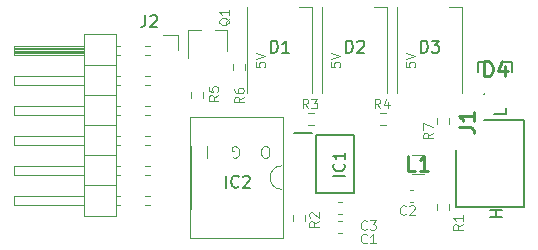
<source format=gbr>
%TF.GenerationSoftware,KiCad,Pcbnew,8.0.0*%
%TF.CreationDate,2024-03-06T18:55:44+09:00*%
%TF.ProjectId,Pmod_CAN,506d6f64-5f43-4414-9e2e-6b696361645f,rev?*%
%TF.SameCoordinates,Original*%
%TF.FileFunction,Legend,Top*%
%TF.FilePolarity,Positive*%
%FSLAX46Y46*%
G04 Gerber Fmt 4.6, Leading zero omitted, Abs format (unit mm)*
G04 Created by KiCad (PCBNEW 8.0.0) date 2024-03-06 18:55:44*
%MOMM*%
%LPD*%
G01*
G04 APERTURE LIST*
%ADD10C,0.100000*%
%ADD11C,0.150000*%
%ADD12C,0.254000*%
%ADD13C,0.200000*%
%ADD14C,0.120000*%
G04 APERTURE END LIST*
D10*
X160132895Y-92834782D02*
X160132895Y-93215734D01*
X160132895Y-93215734D02*
X160513847Y-93253830D01*
X160513847Y-93253830D02*
X160475752Y-93215734D01*
X160475752Y-93215734D02*
X160437657Y-93139544D01*
X160437657Y-93139544D02*
X160437657Y-92949068D01*
X160437657Y-92949068D02*
X160475752Y-92872877D01*
X160475752Y-92872877D02*
X160513847Y-92834782D01*
X160513847Y-92834782D02*
X160590038Y-92796687D01*
X160590038Y-92796687D02*
X160780514Y-92796687D01*
X160780514Y-92796687D02*
X160856704Y-92834782D01*
X160856704Y-92834782D02*
X160894800Y-92872877D01*
X160894800Y-92872877D02*
X160932895Y-92949068D01*
X160932895Y-92949068D02*
X160932895Y-93139544D01*
X160932895Y-93139544D02*
X160894800Y-93215734D01*
X160894800Y-93215734D02*
X160856704Y-93253830D01*
X160132895Y-92568115D02*
X160932895Y-92301448D01*
X160932895Y-92301448D02*
X160132895Y-92034782D01*
X147432895Y-92834782D02*
X147432895Y-93215734D01*
X147432895Y-93215734D02*
X147813847Y-93253830D01*
X147813847Y-93253830D02*
X147775752Y-93215734D01*
X147775752Y-93215734D02*
X147737657Y-93139544D01*
X147737657Y-93139544D02*
X147737657Y-92949068D01*
X147737657Y-92949068D02*
X147775752Y-92872877D01*
X147775752Y-92872877D02*
X147813847Y-92834782D01*
X147813847Y-92834782D02*
X147890038Y-92796687D01*
X147890038Y-92796687D02*
X148080514Y-92796687D01*
X148080514Y-92796687D02*
X148156704Y-92834782D01*
X148156704Y-92834782D02*
X148194800Y-92872877D01*
X148194800Y-92872877D02*
X148232895Y-92949068D01*
X148232895Y-92949068D02*
X148232895Y-93139544D01*
X148232895Y-93139544D02*
X148194800Y-93215734D01*
X148194800Y-93215734D02*
X148156704Y-93253830D01*
X147432895Y-92568115D02*
X148232895Y-92301448D01*
X148232895Y-92301448D02*
X147432895Y-92034782D01*
X153782895Y-92834782D02*
X153782895Y-93215734D01*
X153782895Y-93215734D02*
X154163847Y-93253830D01*
X154163847Y-93253830D02*
X154125752Y-93215734D01*
X154125752Y-93215734D02*
X154087657Y-93139544D01*
X154087657Y-93139544D02*
X154087657Y-92949068D01*
X154087657Y-92949068D02*
X154125752Y-92872877D01*
X154125752Y-92872877D02*
X154163847Y-92834782D01*
X154163847Y-92834782D02*
X154240038Y-92796687D01*
X154240038Y-92796687D02*
X154430514Y-92796687D01*
X154430514Y-92796687D02*
X154506704Y-92834782D01*
X154506704Y-92834782D02*
X154544800Y-92872877D01*
X154544800Y-92872877D02*
X154582895Y-92949068D01*
X154582895Y-92949068D02*
X154582895Y-93139544D01*
X154582895Y-93139544D02*
X154544800Y-93215734D01*
X154544800Y-93215734D02*
X154506704Y-93253830D01*
X153782895Y-92568115D02*
X154582895Y-92301448D01*
X154582895Y-92301448D02*
X153782895Y-92034782D01*
D11*
X168271819Y-105962220D02*
X167271819Y-105962220D01*
X167748009Y-105962220D02*
X167748009Y-105390792D01*
X168271819Y-105390792D02*
X167271819Y-105390792D01*
X168652819Y-96723030D02*
X168652819Y-97199220D01*
X168652819Y-97199220D02*
X167652819Y-97199220D01*
X154988419Y-102499989D02*
X153988419Y-102499989D01*
X154893180Y-101452371D02*
X154940800Y-101499990D01*
X154940800Y-101499990D02*
X154988419Y-101642847D01*
X154988419Y-101642847D02*
X154988419Y-101738085D01*
X154988419Y-101738085D02*
X154940800Y-101880942D01*
X154940800Y-101880942D02*
X154845561Y-101976180D01*
X154845561Y-101976180D02*
X154750323Y-102023799D01*
X154750323Y-102023799D02*
X154559847Y-102071418D01*
X154559847Y-102071418D02*
X154416990Y-102071418D01*
X154416990Y-102071418D02*
X154226514Y-102023799D01*
X154226514Y-102023799D02*
X154131276Y-101976180D01*
X154131276Y-101976180D02*
X154036038Y-101880942D01*
X154036038Y-101880942D02*
X153988419Y-101738085D01*
X153988419Y-101738085D02*
X153988419Y-101642847D01*
X153988419Y-101642847D02*
X154036038Y-101499990D01*
X154036038Y-101499990D02*
X154083657Y-101452371D01*
X154988419Y-100499990D02*
X154988419Y-101071418D01*
X154988419Y-100785704D02*
X153988419Y-100785704D01*
X153988419Y-100785704D02*
X154131276Y-100880942D01*
X154131276Y-100880942D02*
X154226514Y-100976180D01*
X154226514Y-100976180D02*
X154274133Y-101071418D01*
X138096666Y-88862819D02*
X138096666Y-89577104D01*
X138096666Y-89577104D02*
X138049047Y-89719961D01*
X138049047Y-89719961D02*
X137953809Y-89815200D01*
X137953809Y-89815200D02*
X137810952Y-89862819D01*
X137810952Y-89862819D02*
X137715714Y-89862819D01*
X138525238Y-88958057D02*
X138572857Y-88910438D01*
X138572857Y-88910438D02*
X138668095Y-88862819D01*
X138668095Y-88862819D02*
X138906190Y-88862819D01*
X138906190Y-88862819D02*
X139001428Y-88910438D01*
X139001428Y-88910438D02*
X139049047Y-88958057D01*
X139049047Y-88958057D02*
X139096666Y-89053295D01*
X139096666Y-89053295D02*
X139096666Y-89148533D01*
X139096666Y-89148533D02*
X139049047Y-89291390D01*
X139049047Y-89291390D02*
X138477619Y-89862819D01*
X138477619Y-89862819D02*
X139096666Y-89862819D01*
D10*
X162416895Y-98812332D02*
X162035942Y-99078999D01*
X162416895Y-99269475D02*
X161616895Y-99269475D01*
X161616895Y-99269475D02*
X161616895Y-98964713D01*
X161616895Y-98964713D02*
X161654990Y-98888523D01*
X161654990Y-98888523D02*
X161693085Y-98850428D01*
X161693085Y-98850428D02*
X161769276Y-98812332D01*
X161769276Y-98812332D02*
X161883561Y-98812332D01*
X161883561Y-98812332D02*
X161959752Y-98850428D01*
X161959752Y-98850428D02*
X161997847Y-98888523D01*
X161997847Y-98888523D02*
X162035942Y-98964713D01*
X162035942Y-98964713D02*
X162035942Y-99269475D01*
X161616895Y-98545666D02*
X161616895Y-98012332D01*
X161616895Y-98012332D02*
X162416895Y-98355190D01*
X156838667Y-108111704D02*
X156800571Y-108149800D01*
X156800571Y-108149800D02*
X156686286Y-108187895D01*
X156686286Y-108187895D02*
X156610095Y-108187895D01*
X156610095Y-108187895D02*
X156495809Y-108149800D01*
X156495809Y-108149800D02*
X156419619Y-108073609D01*
X156419619Y-108073609D02*
X156381524Y-107997419D01*
X156381524Y-107997419D02*
X156343428Y-107845038D01*
X156343428Y-107845038D02*
X156343428Y-107730752D01*
X156343428Y-107730752D02*
X156381524Y-107578371D01*
X156381524Y-107578371D02*
X156419619Y-107502180D01*
X156419619Y-107502180D02*
X156495809Y-107425990D01*
X156495809Y-107425990D02*
X156610095Y-107387895D01*
X156610095Y-107387895D02*
X156686286Y-107387895D01*
X156686286Y-107387895D02*
X156800571Y-107425990D01*
X156800571Y-107425990D02*
X156838667Y-107464085D01*
X157600571Y-108187895D02*
X157143428Y-108187895D01*
X157372000Y-108187895D02*
X157372000Y-107387895D01*
X157372000Y-107387895D02*
X157295809Y-107502180D01*
X157295809Y-107502180D02*
X157219619Y-107578371D01*
X157219619Y-107578371D02*
X157143428Y-107616466D01*
X160140667Y-105698704D02*
X160102571Y-105736800D01*
X160102571Y-105736800D02*
X159988286Y-105774895D01*
X159988286Y-105774895D02*
X159912095Y-105774895D01*
X159912095Y-105774895D02*
X159797809Y-105736800D01*
X159797809Y-105736800D02*
X159721619Y-105660609D01*
X159721619Y-105660609D02*
X159683524Y-105584419D01*
X159683524Y-105584419D02*
X159645428Y-105432038D01*
X159645428Y-105432038D02*
X159645428Y-105317752D01*
X159645428Y-105317752D02*
X159683524Y-105165371D01*
X159683524Y-105165371D02*
X159721619Y-105089180D01*
X159721619Y-105089180D02*
X159797809Y-105012990D01*
X159797809Y-105012990D02*
X159912095Y-104974895D01*
X159912095Y-104974895D02*
X159988286Y-104974895D01*
X159988286Y-104974895D02*
X160102571Y-105012990D01*
X160102571Y-105012990D02*
X160140667Y-105051085D01*
X160445428Y-105051085D02*
X160483524Y-105012990D01*
X160483524Y-105012990D02*
X160559714Y-104974895D01*
X160559714Y-104974895D02*
X160750190Y-104974895D01*
X160750190Y-104974895D02*
X160826381Y-105012990D01*
X160826381Y-105012990D02*
X160864476Y-105051085D01*
X160864476Y-105051085D02*
X160902571Y-105127276D01*
X160902571Y-105127276D02*
X160902571Y-105203466D01*
X160902571Y-105203466D02*
X160864476Y-105317752D01*
X160864476Y-105317752D02*
X160407333Y-105774895D01*
X160407333Y-105774895D02*
X160902571Y-105774895D01*
D11*
X161440905Y-92021819D02*
X161440905Y-91021819D01*
X161440905Y-91021819D02*
X161679000Y-91021819D01*
X161679000Y-91021819D02*
X161821857Y-91069438D01*
X161821857Y-91069438D02*
X161917095Y-91164676D01*
X161917095Y-91164676D02*
X161964714Y-91259914D01*
X161964714Y-91259914D02*
X162012333Y-91450390D01*
X162012333Y-91450390D02*
X162012333Y-91593247D01*
X162012333Y-91593247D02*
X161964714Y-91783723D01*
X161964714Y-91783723D02*
X161917095Y-91878961D01*
X161917095Y-91878961D02*
X161821857Y-91974200D01*
X161821857Y-91974200D02*
X161679000Y-92021819D01*
X161679000Y-92021819D02*
X161440905Y-92021819D01*
X162345667Y-91021819D02*
X162964714Y-91021819D01*
X162964714Y-91021819D02*
X162631381Y-91402771D01*
X162631381Y-91402771D02*
X162774238Y-91402771D01*
X162774238Y-91402771D02*
X162869476Y-91450390D01*
X162869476Y-91450390D02*
X162917095Y-91498009D01*
X162917095Y-91498009D02*
X162964714Y-91593247D01*
X162964714Y-91593247D02*
X162964714Y-91831342D01*
X162964714Y-91831342D02*
X162917095Y-91926580D01*
X162917095Y-91926580D02*
X162869476Y-91974200D01*
X162869476Y-91974200D02*
X162774238Y-92021819D01*
X162774238Y-92021819D02*
X162488524Y-92021819D01*
X162488524Y-92021819D02*
X162393286Y-91974200D01*
X162393286Y-91974200D02*
X162345667Y-91926580D01*
D10*
X144255895Y-95637332D02*
X143874942Y-95903999D01*
X144255895Y-96094475D02*
X143455895Y-96094475D01*
X143455895Y-96094475D02*
X143455895Y-95789713D01*
X143455895Y-95789713D02*
X143493990Y-95713523D01*
X143493990Y-95713523D02*
X143532085Y-95675428D01*
X143532085Y-95675428D02*
X143608276Y-95637332D01*
X143608276Y-95637332D02*
X143722561Y-95637332D01*
X143722561Y-95637332D02*
X143798752Y-95675428D01*
X143798752Y-95675428D02*
X143836847Y-95713523D01*
X143836847Y-95713523D02*
X143874942Y-95789713D01*
X143874942Y-95789713D02*
X143874942Y-96094475D01*
X143455895Y-94913523D02*
X143455895Y-95294475D01*
X143455895Y-95294475D02*
X143836847Y-95332571D01*
X143836847Y-95332571D02*
X143798752Y-95294475D01*
X143798752Y-95294475D02*
X143760657Y-95218285D01*
X143760657Y-95218285D02*
X143760657Y-95027809D01*
X143760657Y-95027809D02*
X143798752Y-94951618D01*
X143798752Y-94951618D02*
X143836847Y-94913523D01*
X143836847Y-94913523D02*
X143913038Y-94875428D01*
X143913038Y-94875428D02*
X144103514Y-94875428D01*
X144103514Y-94875428D02*
X144179704Y-94913523D01*
X144179704Y-94913523D02*
X144217800Y-94951618D01*
X144217800Y-94951618D02*
X144255895Y-95027809D01*
X144255895Y-95027809D02*
X144255895Y-95218285D01*
X144255895Y-95218285D02*
X144217800Y-95294475D01*
X144217800Y-95294475D02*
X144179704Y-95332571D01*
X152764895Y-106305332D02*
X152383942Y-106571999D01*
X152764895Y-106762475D02*
X151964895Y-106762475D01*
X151964895Y-106762475D02*
X151964895Y-106457713D01*
X151964895Y-106457713D02*
X152002990Y-106381523D01*
X152002990Y-106381523D02*
X152041085Y-106343428D01*
X152041085Y-106343428D02*
X152117276Y-106305332D01*
X152117276Y-106305332D02*
X152231561Y-106305332D01*
X152231561Y-106305332D02*
X152307752Y-106343428D01*
X152307752Y-106343428D02*
X152345847Y-106381523D01*
X152345847Y-106381523D02*
X152383942Y-106457713D01*
X152383942Y-106457713D02*
X152383942Y-106762475D01*
X152041085Y-106000571D02*
X152002990Y-105962475D01*
X152002990Y-105962475D02*
X151964895Y-105886285D01*
X151964895Y-105886285D02*
X151964895Y-105695809D01*
X151964895Y-105695809D02*
X152002990Y-105619618D01*
X152002990Y-105619618D02*
X152041085Y-105581523D01*
X152041085Y-105581523D02*
X152117276Y-105543428D01*
X152117276Y-105543428D02*
X152193466Y-105543428D01*
X152193466Y-105543428D02*
X152307752Y-105581523D01*
X152307752Y-105581523D02*
X152764895Y-106038666D01*
X152764895Y-106038666D02*
X152764895Y-105543428D01*
X164956895Y-106559332D02*
X164575942Y-106825999D01*
X164956895Y-107016475D02*
X164156895Y-107016475D01*
X164156895Y-107016475D02*
X164156895Y-106711713D01*
X164156895Y-106711713D02*
X164194990Y-106635523D01*
X164194990Y-106635523D02*
X164233085Y-106597428D01*
X164233085Y-106597428D02*
X164309276Y-106559332D01*
X164309276Y-106559332D02*
X164423561Y-106559332D01*
X164423561Y-106559332D02*
X164499752Y-106597428D01*
X164499752Y-106597428D02*
X164537847Y-106635523D01*
X164537847Y-106635523D02*
X164575942Y-106711713D01*
X164575942Y-106711713D02*
X164575942Y-107016475D01*
X164956895Y-105797428D02*
X164956895Y-106254571D01*
X164956895Y-106025999D02*
X164156895Y-106025999D01*
X164156895Y-106025999D02*
X164271180Y-106102190D01*
X164271180Y-106102190D02*
X164347371Y-106178380D01*
X164347371Y-106178380D02*
X164385466Y-106254571D01*
D11*
X155090905Y-92021819D02*
X155090905Y-91021819D01*
X155090905Y-91021819D02*
X155329000Y-91021819D01*
X155329000Y-91021819D02*
X155471857Y-91069438D01*
X155471857Y-91069438D02*
X155567095Y-91164676D01*
X155567095Y-91164676D02*
X155614714Y-91259914D01*
X155614714Y-91259914D02*
X155662333Y-91450390D01*
X155662333Y-91450390D02*
X155662333Y-91593247D01*
X155662333Y-91593247D02*
X155614714Y-91783723D01*
X155614714Y-91783723D02*
X155567095Y-91878961D01*
X155567095Y-91878961D02*
X155471857Y-91974200D01*
X155471857Y-91974200D02*
X155329000Y-92021819D01*
X155329000Y-92021819D02*
X155090905Y-92021819D01*
X156043286Y-91117057D02*
X156090905Y-91069438D01*
X156090905Y-91069438D02*
X156186143Y-91021819D01*
X156186143Y-91021819D02*
X156424238Y-91021819D01*
X156424238Y-91021819D02*
X156519476Y-91069438D01*
X156519476Y-91069438D02*
X156567095Y-91117057D01*
X156567095Y-91117057D02*
X156614714Y-91212295D01*
X156614714Y-91212295D02*
X156614714Y-91307533D01*
X156614714Y-91307533D02*
X156567095Y-91450390D01*
X156567095Y-91450390D02*
X155995667Y-92021819D01*
X155995667Y-92021819D02*
X156614714Y-92021819D01*
D12*
X160951333Y-102047318D02*
X160346571Y-102047318D01*
X160346571Y-102047318D02*
X160346571Y-100777318D01*
X162039905Y-102047318D02*
X161314190Y-102047318D01*
X161677047Y-102047318D02*
X161677047Y-100777318D01*
X161677047Y-100777318D02*
X161556095Y-100958746D01*
X161556095Y-100958746D02*
X161435143Y-101079699D01*
X161435143Y-101079699D02*
X161314190Y-101140175D01*
X166763618Y-94046318D02*
X166763618Y-92776318D01*
X166763618Y-92776318D02*
X167065999Y-92776318D01*
X167065999Y-92776318D02*
X167247428Y-92836794D01*
X167247428Y-92836794D02*
X167368380Y-92957746D01*
X167368380Y-92957746D02*
X167428857Y-93078699D01*
X167428857Y-93078699D02*
X167489333Y-93320603D01*
X167489333Y-93320603D02*
X167489333Y-93502032D01*
X167489333Y-93502032D02*
X167428857Y-93743937D01*
X167428857Y-93743937D02*
X167368380Y-93864889D01*
X167368380Y-93864889D02*
X167247428Y-93985842D01*
X167247428Y-93985842D02*
X167065999Y-94046318D01*
X167065999Y-94046318D02*
X166763618Y-94046318D01*
X168577904Y-93199651D02*
X168577904Y-94046318D01*
X168275523Y-92715842D02*
X167973142Y-93622984D01*
X167973142Y-93622984D02*
X168759333Y-93622984D01*
X164658318Y-98340332D02*
X165565461Y-98340332D01*
X165565461Y-98340332D02*
X165746889Y-98400809D01*
X165746889Y-98400809D02*
X165867842Y-98521761D01*
X165867842Y-98521761D02*
X165928318Y-98703190D01*
X165928318Y-98703190D02*
X165928318Y-98824142D01*
X165928318Y-97070332D02*
X165928318Y-97796047D01*
X165928318Y-97433190D02*
X164658318Y-97433190D01*
X164658318Y-97433190D02*
X164839746Y-97554142D01*
X164839746Y-97554142D02*
X164960699Y-97675094D01*
X164960699Y-97675094D02*
X165021175Y-97796047D01*
D11*
X148739905Y-92021819D02*
X148739905Y-91021819D01*
X148739905Y-91021819D02*
X148978000Y-91021819D01*
X148978000Y-91021819D02*
X149120857Y-91069438D01*
X149120857Y-91069438D02*
X149216095Y-91164676D01*
X149216095Y-91164676D02*
X149263714Y-91259914D01*
X149263714Y-91259914D02*
X149311333Y-91450390D01*
X149311333Y-91450390D02*
X149311333Y-91593247D01*
X149311333Y-91593247D02*
X149263714Y-91783723D01*
X149263714Y-91783723D02*
X149216095Y-91878961D01*
X149216095Y-91878961D02*
X149120857Y-91974200D01*
X149120857Y-91974200D02*
X148978000Y-92021819D01*
X148978000Y-92021819D02*
X148739905Y-92021819D01*
X150263714Y-92021819D02*
X149692286Y-92021819D01*
X149978000Y-92021819D02*
X149978000Y-91021819D01*
X149978000Y-91021819D02*
X149882762Y-91164676D01*
X149882762Y-91164676D02*
X149787524Y-91259914D01*
X149787524Y-91259914D02*
X149692286Y-91307533D01*
D10*
X146414895Y-95764332D02*
X146033942Y-96030999D01*
X146414895Y-96221475D02*
X145614895Y-96221475D01*
X145614895Y-96221475D02*
X145614895Y-95916713D01*
X145614895Y-95916713D02*
X145652990Y-95840523D01*
X145652990Y-95840523D02*
X145691085Y-95802428D01*
X145691085Y-95802428D02*
X145767276Y-95764332D01*
X145767276Y-95764332D02*
X145881561Y-95764332D01*
X145881561Y-95764332D02*
X145957752Y-95802428D01*
X145957752Y-95802428D02*
X145995847Y-95840523D01*
X145995847Y-95840523D02*
X146033942Y-95916713D01*
X146033942Y-95916713D02*
X146033942Y-96221475D01*
X145614895Y-95078618D02*
X145614895Y-95230999D01*
X145614895Y-95230999D02*
X145652990Y-95307190D01*
X145652990Y-95307190D02*
X145691085Y-95345285D01*
X145691085Y-95345285D02*
X145805371Y-95421475D01*
X145805371Y-95421475D02*
X145957752Y-95459571D01*
X145957752Y-95459571D02*
X146262514Y-95459571D01*
X146262514Y-95459571D02*
X146338704Y-95421475D01*
X146338704Y-95421475D02*
X146376800Y-95383380D01*
X146376800Y-95383380D02*
X146414895Y-95307190D01*
X146414895Y-95307190D02*
X146414895Y-95154809D01*
X146414895Y-95154809D02*
X146376800Y-95078618D01*
X146376800Y-95078618D02*
X146338704Y-95040523D01*
X146338704Y-95040523D02*
X146262514Y-95002428D01*
X146262514Y-95002428D02*
X146072038Y-95002428D01*
X146072038Y-95002428D02*
X145995847Y-95040523D01*
X145995847Y-95040523D02*
X145957752Y-95078618D01*
X145957752Y-95078618D02*
X145919657Y-95154809D01*
X145919657Y-95154809D02*
X145919657Y-95307190D01*
X145919657Y-95307190D02*
X145957752Y-95383380D01*
X145957752Y-95383380D02*
X145995847Y-95421475D01*
X145995847Y-95421475D02*
X146072038Y-95459571D01*
X157981667Y-96757895D02*
X157715000Y-96376942D01*
X157524524Y-96757895D02*
X157524524Y-95957895D01*
X157524524Y-95957895D02*
X157829286Y-95957895D01*
X157829286Y-95957895D02*
X157905476Y-95995990D01*
X157905476Y-95995990D02*
X157943571Y-96034085D01*
X157943571Y-96034085D02*
X157981667Y-96110276D01*
X157981667Y-96110276D02*
X157981667Y-96224561D01*
X157981667Y-96224561D02*
X157943571Y-96300752D01*
X157943571Y-96300752D02*
X157905476Y-96338847D01*
X157905476Y-96338847D02*
X157829286Y-96376942D01*
X157829286Y-96376942D02*
X157524524Y-96376942D01*
X158667381Y-96224561D02*
X158667381Y-96757895D01*
X158476905Y-95919800D02*
X158286428Y-96491228D01*
X158286428Y-96491228D02*
X158781667Y-96491228D01*
X156838667Y-106968704D02*
X156800571Y-107006800D01*
X156800571Y-107006800D02*
X156686286Y-107044895D01*
X156686286Y-107044895D02*
X156610095Y-107044895D01*
X156610095Y-107044895D02*
X156495809Y-107006800D01*
X156495809Y-107006800D02*
X156419619Y-106930609D01*
X156419619Y-106930609D02*
X156381524Y-106854419D01*
X156381524Y-106854419D02*
X156343428Y-106702038D01*
X156343428Y-106702038D02*
X156343428Y-106587752D01*
X156343428Y-106587752D02*
X156381524Y-106435371D01*
X156381524Y-106435371D02*
X156419619Y-106359180D01*
X156419619Y-106359180D02*
X156495809Y-106282990D01*
X156495809Y-106282990D02*
X156610095Y-106244895D01*
X156610095Y-106244895D02*
X156686286Y-106244895D01*
X156686286Y-106244895D02*
X156800571Y-106282990D01*
X156800571Y-106282990D02*
X156838667Y-106321085D01*
X157105333Y-106244895D02*
X157600571Y-106244895D01*
X157600571Y-106244895D02*
X157333905Y-106549657D01*
X157333905Y-106549657D02*
X157448190Y-106549657D01*
X157448190Y-106549657D02*
X157524381Y-106587752D01*
X157524381Y-106587752D02*
X157562476Y-106625847D01*
X157562476Y-106625847D02*
X157600571Y-106702038D01*
X157600571Y-106702038D02*
X157600571Y-106892514D01*
X157600571Y-106892514D02*
X157562476Y-106968704D01*
X157562476Y-106968704D02*
X157524381Y-107006800D01*
X157524381Y-107006800D02*
X157448190Y-107044895D01*
X157448190Y-107044895D02*
X157219619Y-107044895D01*
X157219619Y-107044895D02*
X157143428Y-107006800D01*
X157143428Y-107006800D02*
X157105333Y-106968704D01*
X145221085Y-89104190D02*
X145182990Y-89180380D01*
X145182990Y-89180380D02*
X145106800Y-89256571D01*
X145106800Y-89256571D02*
X144992514Y-89370857D01*
X144992514Y-89370857D02*
X144954419Y-89447047D01*
X144954419Y-89447047D02*
X144954419Y-89523238D01*
X145144895Y-89485142D02*
X145106800Y-89561333D01*
X145106800Y-89561333D02*
X145030609Y-89637523D01*
X145030609Y-89637523D02*
X144878228Y-89675619D01*
X144878228Y-89675619D02*
X144611561Y-89675619D01*
X144611561Y-89675619D02*
X144459180Y-89637523D01*
X144459180Y-89637523D02*
X144382990Y-89561333D01*
X144382990Y-89561333D02*
X144344895Y-89485142D01*
X144344895Y-89485142D02*
X144344895Y-89332761D01*
X144344895Y-89332761D02*
X144382990Y-89256571D01*
X144382990Y-89256571D02*
X144459180Y-89180380D01*
X144459180Y-89180380D02*
X144611561Y-89142285D01*
X144611561Y-89142285D02*
X144878228Y-89142285D01*
X144878228Y-89142285D02*
X145030609Y-89180380D01*
X145030609Y-89180380D02*
X145106800Y-89256571D01*
X145106800Y-89256571D02*
X145144895Y-89332761D01*
X145144895Y-89332761D02*
X145144895Y-89485142D01*
X145144895Y-88380381D02*
X145144895Y-88837524D01*
X145144895Y-88608952D02*
X144344895Y-88608952D01*
X144344895Y-88608952D02*
X144459180Y-88685143D01*
X144459180Y-88685143D02*
X144535371Y-88761333D01*
X144535371Y-88761333D02*
X144573466Y-88837524D01*
X151885667Y-96757895D02*
X151619000Y-96376942D01*
X151428524Y-96757895D02*
X151428524Y-95957895D01*
X151428524Y-95957895D02*
X151733286Y-95957895D01*
X151733286Y-95957895D02*
X151809476Y-95995990D01*
X151809476Y-95995990D02*
X151847571Y-96034085D01*
X151847571Y-96034085D02*
X151885667Y-96110276D01*
X151885667Y-96110276D02*
X151885667Y-96224561D01*
X151885667Y-96224561D02*
X151847571Y-96300752D01*
X151847571Y-96300752D02*
X151809476Y-96338847D01*
X151809476Y-96338847D02*
X151733286Y-96376942D01*
X151733286Y-96376942D02*
X151428524Y-96376942D01*
X152152333Y-95957895D02*
X152647571Y-95957895D01*
X152647571Y-95957895D02*
X152380905Y-96262657D01*
X152380905Y-96262657D02*
X152495190Y-96262657D01*
X152495190Y-96262657D02*
X152571381Y-96300752D01*
X152571381Y-96300752D02*
X152609476Y-96338847D01*
X152609476Y-96338847D02*
X152647571Y-96415038D01*
X152647571Y-96415038D02*
X152647571Y-96605514D01*
X152647571Y-96605514D02*
X152609476Y-96681704D01*
X152609476Y-96681704D02*
X152571381Y-96719800D01*
X152571381Y-96719800D02*
X152495190Y-96757895D01*
X152495190Y-96757895D02*
X152266619Y-96757895D01*
X152266619Y-96757895D02*
X152190428Y-96719800D01*
X152190428Y-96719800D02*
X152152333Y-96681704D01*
D11*
X144946810Y-103451819D02*
X144946810Y-102451819D01*
X145994428Y-103356580D02*
X145946809Y-103404200D01*
X145946809Y-103404200D02*
X145803952Y-103451819D01*
X145803952Y-103451819D02*
X145708714Y-103451819D01*
X145708714Y-103451819D02*
X145565857Y-103404200D01*
X145565857Y-103404200D02*
X145470619Y-103308961D01*
X145470619Y-103308961D02*
X145423000Y-103213723D01*
X145423000Y-103213723D02*
X145375381Y-103023247D01*
X145375381Y-103023247D02*
X145375381Y-102880390D01*
X145375381Y-102880390D02*
X145423000Y-102689914D01*
X145423000Y-102689914D02*
X145470619Y-102594676D01*
X145470619Y-102594676D02*
X145565857Y-102499438D01*
X145565857Y-102499438D02*
X145708714Y-102451819D01*
X145708714Y-102451819D02*
X145803952Y-102451819D01*
X145803952Y-102451819D02*
X145946809Y-102499438D01*
X145946809Y-102499438D02*
X145994428Y-102547057D01*
X146375381Y-102547057D02*
X146423000Y-102499438D01*
X146423000Y-102499438D02*
X146518238Y-102451819D01*
X146518238Y-102451819D02*
X146756333Y-102451819D01*
X146756333Y-102451819D02*
X146851571Y-102499438D01*
X146851571Y-102499438D02*
X146899190Y-102547057D01*
X146899190Y-102547057D02*
X146946809Y-102642295D01*
X146946809Y-102642295D02*
X146946809Y-102737533D01*
X146946809Y-102737533D02*
X146899190Y-102880390D01*
X146899190Y-102880390D02*
X146327762Y-103451819D01*
X146327762Y-103451819D02*
X146946809Y-103451819D01*
D10*
X143305884Y-100964419D02*
X143305884Y-99964419D01*
X145476306Y-100901961D02*
X145571544Y-100949580D01*
X145571544Y-100949580D02*
X145714401Y-100949580D01*
X145714401Y-100949580D02*
X145857258Y-100901961D01*
X145857258Y-100901961D02*
X145952496Y-100806723D01*
X145952496Y-100806723D02*
X146000115Y-100711485D01*
X146000115Y-100711485D02*
X146047734Y-100521009D01*
X146047734Y-100521009D02*
X146047734Y-100378152D01*
X146047734Y-100378152D02*
X146000115Y-100187676D01*
X146000115Y-100187676D02*
X145952496Y-100092438D01*
X145952496Y-100092438D02*
X145857258Y-99997200D01*
X145857258Y-99997200D02*
X145714401Y-99949580D01*
X145714401Y-99949580D02*
X145619163Y-99949580D01*
X145619163Y-99949580D02*
X145476306Y-99997200D01*
X145476306Y-99997200D02*
X145428687Y-100044819D01*
X145428687Y-100044819D02*
X145428687Y-100378152D01*
X145428687Y-100378152D02*
X145619163Y-100378152D01*
X148349639Y-100949580D02*
X148159163Y-100949580D01*
X148159163Y-100949580D02*
X148063925Y-100901961D01*
X148063925Y-100901961D02*
X147968687Y-100806723D01*
X147968687Y-100806723D02*
X147921068Y-100616247D01*
X147921068Y-100616247D02*
X147921068Y-100282914D01*
X147921068Y-100282914D02*
X147968687Y-100092438D01*
X147968687Y-100092438D02*
X148063925Y-99997200D01*
X148063925Y-99997200D02*
X148159163Y-99949580D01*
X148159163Y-99949580D02*
X148349639Y-99949580D01*
X148349639Y-99949580D02*
X148444877Y-99997200D01*
X148444877Y-99997200D02*
X148540115Y-100092438D01*
X148540115Y-100092438D02*
X148587734Y-100282914D01*
X148587734Y-100282914D02*
X148587734Y-100616247D01*
X148587734Y-100616247D02*
X148540115Y-100806723D01*
X148540115Y-100806723D02*
X148444877Y-100901961D01*
X148444877Y-100901961D02*
X148349639Y-100949580D01*
D13*
%TO.C,IC1*%
X150678000Y-98868000D02*
X152228000Y-98868000D01*
X152578000Y-99023000D02*
X155778000Y-99023000D01*
X152578000Y-103923000D02*
X152578000Y-99023000D01*
X155778000Y-99023000D02*
X155778000Y-103923000D01*
X155778000Y-103923000D02*
X152578000Y-103923000D01*
D14*
%TO.C,J2*%
X126933000Y-91441000D02*
X126933000Y-92201000D01*
X126933000Y-92201000D02*
X132933000Y-92201000D01*
X126933000Y-93981000D02*
X126933000Y-94741000D01*
X126933000Y-94741000D02*
X132933000Y-94741000D01*
X126933000Y-96521000D02*
X126933000Y-97281000D01*
X126933000Y-97281000D02*
X132933000Y-97281000D01*
X126933000Y-99061000D02*
X126933000Y-99821000D01*
X126933000Y-99821000D02*
X132933000Y-99821000D01*
X126933000Y-101601000D02*
X126933000Y-102361000D01*
X126933000Y-102361000D02*
X132933000Y-102361000D01*
X126933000Y-104141000D02*
X126933000Y-104901000D01*
X126933000Y-104901000D02*
X132933000Y-104901000D01*
X132933000Y-90491000D02*
X135593000Y-90491000D01*
X132933000Y-91441000D02*
X126933000Y-91441000D01*
X132933000Y-91501000D02*
X126933000Y-91501000D01*
X132933000Y-91621000D02*
X126933000Y-91621000D01*
X132933000Y-91741000D02*
X126933000Y-91741000D01*
X132933000Y-91861000D02*
X126933000Y-91861000D01*
X132933000Y-91981000D02*
X126933000Y-91981000D01*
X132933000Y-92101000D02*
X126933000Y-92101000D01*
X132933000Y-93981000D02*
X126933000Y-93981000D01*
X132933000Y-96521000D02*
X126933000Y-96521000D01*
X132933000Y-99061000D02*
X126933000Y-99061000D01*
X132933000Y-101601000D02*
X126933000Y-101601000D01*
X132933000Y-104141000D02*
X126933000Y-104141000D01*
X132933000Y-105851000D02*
X132933000Y-90491000D01*
X135593000Y-90491000D02*
X135593000Y-105851000D01*
X135593000Y-93091000D02*
X132933000Y-93091000D01*
X135593000Y-95631000D02*
X132933000Y-95631000D01*
X135593000Y-98171000D02*
X132933000Y-98171000D01*
X135593000Y-100711000D02*
X132933000Y-100711000D01*
X135593000Y-103251000D02*
X132933000Y-103251000D01*
X135593000Y-105851000D02*
X132933000Y-105851000D01*
X135990071Y-91441000D02*
X135593000Y-91441000D01*
X135990071Y-92201000D02*
X135593000Y-92201000D01*
X135990071Y-93981000D02*
X135593000Y-93981000D01*
X135990071Y-94741000D02*
X135593000Y-94741000D01*
X135990071Y-96521000D02*
X135593000Y-96521000D01*
X135990071Y-97281000D02*
X135593000Y-97281000D01*
X135990071Y-99061000D02*
X135593000Y-99061000D01*
X135990071Y-99821000D02*
X135593000Y-99821000D01*
X135990071Y-101601000D02*
X135593000Y-101601000D01*
X135990071Y-102361000D02*
X135593000Y-102361000D01*
X135990071Y-104141000D02*
X135593000Y-104141000D01*
X135990071Y-104901000D02*
X135593000Y-104901000D01*
X138463000Y-91441000D02*
X138075929Y-91441000D01*
X138463000Y-92201000D02*
X138075929Y-92201000D01*
X138530071Y-93981000D02*
X138075929Y-93981000D01*
X138530071Y-94741000D02*
X138075929Y-94741000D01*
X138530071Y-96521000D02*
X138075929Y-96521000D01*
X138530071Y-97281000D02*
X138075929Y-97281000D01*
X138530071Y-99061000D02*
X138075929Y-99061000D01*
X138530071Y-99821000D02*
X138075929Y-99821000D01*
X138530071Y-101601000D02*
X138075929Y-101601000D01*
X138530071Y-102361000D02*
X138075929Y-102361000D01*
X138530071Y-104141000D02*
X138075929Y-104141000D01*
X138530071Y-104901000D02*
X138075929Y-104901000D01*
X140843000Y-90551000D02*
X139573000Y-90551000D01*
X140843000Y-91821000D02*
X140843000Y-90551000D01*
%TO.C,R7*%
X162748700Y-98044724D02*
X162748700Y-97535276D01*
X163793700Y-98044724D02*
X163793700Y-97535276D01*
%TO.C,C1*%
X154705267Y-106297000D02*
X154412733Y-106297000D01*
X154705267Y-107317000D02*
X154412733Y-107317000D01*
%TO.C,C2*%
X160775867Y-103680800D02*
X160483333Y-103680800D01*
X160775867Y-104700800D02*
X160483333Y-104700800D01*
%TO.C,D3*%
X159428000Y-95434000D02*
X159428000Y-88134000D01*
X164928000Y-88134000D02*
X163778000Y-88134000D01*
X164928000Y-95434000D02*
X164928000Y-88134000D01*
%TO.C,R5*%
X141971500Y-95885724D02*
X141971500Y-95376276D01*
X143016500Y-95885724D02*
X143016500Y-95376276D01*
%TO.C,R2*%
X150607500Y-105790276D02*
X150607500Y-106299724D01*
X151652500Y-105790276D02*
X151652500Y-106299724D01*
%TO.C,R1*%
X162748700Y-105359924D02*
X162748700Y-104850476D01*
X163793700Y-105359924D02*
X163793700Y-104850476D01*
%TO.C,D2*%
X153078000Y-95434000D02*
X153078000Y-88134000D01*
X158578000Y-88134000D02*
X157428000Y-88134000D01*
X158578000Y-95434000D02*
X158578000Y-88134000D01*
D10*
%TO.C,L1*%
X160663000Y-100673000D02*
X161663000Y-100673000D01*
X160663000Y-102273000D02*
X161663000Y-102273000D01*
D13*
%TO.C,D4*%
X166241000Y-92822000D02*
X166241000Y-93672000D01*
D10*
X166751000Y-95472000D02*
X166751000Y-95472000D01*
X166751000Y-95572000D02*
X166751000Y-95572000D01*
D13*
X166901000Y-92822000D02*
X166241000Y-92822000D01*
X168501000Y-92822000D02*
X169161000Y-92822000D01*
X169161000Y-92822000D02*
X169161000Y-93672000D01*
D10*
X166751000Y-95472000D02*
G75*
G02*
X166751000Y-95572000I0J-50000D01*
G01*
X166751000Y-95572000D02*
G75*
G02*
X166751000Y-95472000I0J50000D01*
G01*
D13*
%TO.C,J1*%
X164401000Y-100243000D02*
X164401000Y-105103000D01*
X164401000Y-105103000D02*
X170151000Y-105103000D01*
X170151000Y-97703000D02*
X166751000Y-97703000D01*
X170151000Y-105103000D02*
X170151000Y-97703000D01*
D14*
%TO.C,D1*%
X146728000Y-95434000D02*
X146728000Y-88134000D01*
X152228000Y-88134000D02*
X151078000Y-88134000D01*
X152228000Y-95434000D02*
X152228000Y-88134000D01*
%TO.C,R6*%
X145527500Y-92963276D02*
X145527500Y-93472724D01*
X146572500Y-92963276D02*
X146572500Y-93472724D01*
%TO.C,R4*%
X157987276Y-97140500D02*
X158496724Y-97140500D01*
X157987276Y-98185500D02*
X158496724Y-98185500D01*
%TO.C,C3*%
X154705267Y-104646000D02*
X154412733Y-104646000D01*
X154705267Y-105666000D02*
X154412733Y-105666000D01*
%TO.C,Q1*%
X141733000Y-90109000D02*
X142783000Y-90109000D01*
X141733000Y-92509000D02*
X141733000Y-90109000D01*
X145033000Y-90109000D02*
X143983000Y-90109000D01*
X145033000Y-91909000D02*
X145033000Y-90109000D01*
%TO.C,R3*%
X151891276Y-97140500D02*
X152400724Y-97140500D01*
X151891276Y-98185500D02*
X152400724Y-98185500D01*
%TO.C,IC2*%
X141866000Y-97476000D02*
X141866000Y-107756000D01*
X141866000Y-107756000D02*
X149726000Y-107756000D01*
X141926000Y-99966000D02*
X141926000Y-105266000D01*
X149726000Y-97476000D02*
X141866000Y-97476000D01*
X149726000Y-107756000D02*
X149726000Y-97476000D01*
X149666000Y-103616000D02*
G75*
G02*
X149666000Y-101616000I0J1000000D01*
G01*
%TD*%
M02*

</source>
